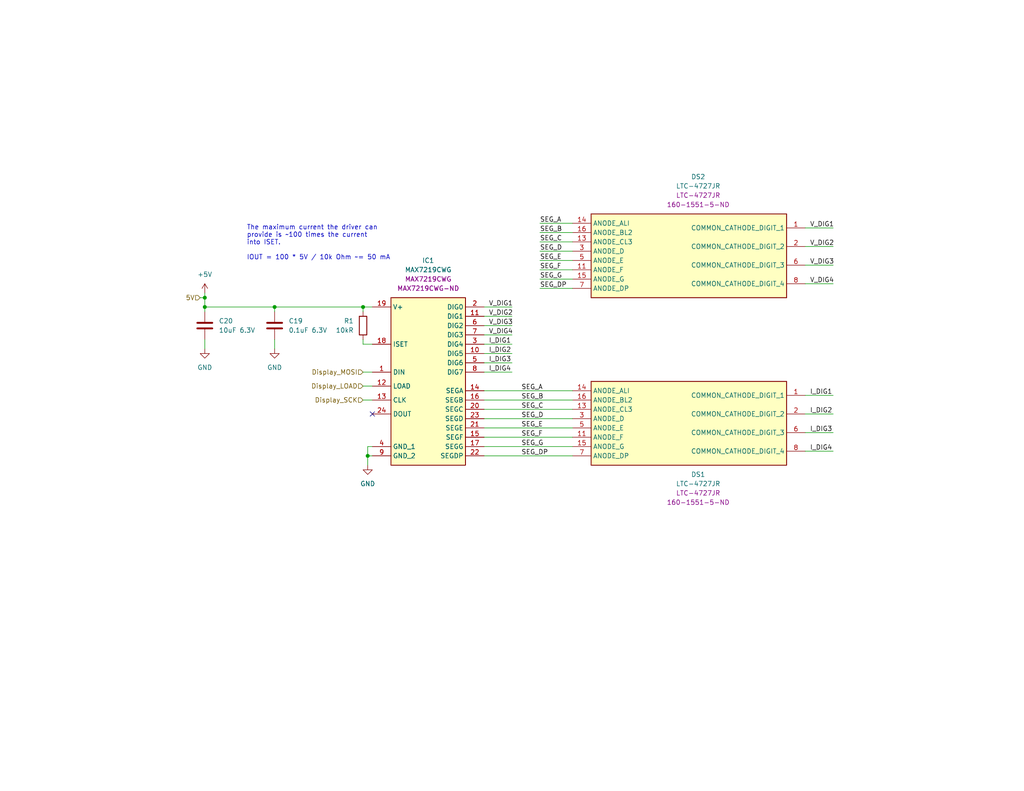
<source format=kicad_sch>
(kicad_sch (version 20230121) (generator eeschema)
  (paper "A")
  (title_block (title "Adjustable Power Supply") (date "2024-01-11") (company "George Jurgiel") (comment 1 "Voltage and current display"))
  (lib_symbols
    (symbol "Adjustable_Power_Suppy:LTC-4727JR"
      (property "Reference" "DS" (at 27.94 11.43 0))
      (property "Value" "LTC-4727JR" (at 27.94 8.89 0))
      (property "MPN" "LTC-4727JR" (at 33.02 3.81 0))
      (property "Digikey PN" "160-1551-5-ND" (at 33.02 6.35 0))
      (symbol "LTC-4727JR_1_1"
        (rectangle (start 5.08 2.54) (end 58.42 -20.32) (stroke (width 0.254)) (fill (type background)))
        (pin passive line (at 63.5 -1.27 180) (length 5.08) (name "COMMON_CATHODE_DIGIT_1") (number "1"))
        (pin passive line (at 0 -12.7 0) (length 5.08) (name "ANODE_F") (number "11"))
        (pin passive line (at 0 -5.08 0) (length 5.08) (name "ANODE_CL3") (number "13"))
        (pin passive line (at 0 0 0) (length 5.08) (name "ANODE_ALI") (number "14"))
        (pin passive line (at 0 -15.24 0) (length 5.08) (name "ANODE_G") (number "15"))
        (pin passive line (at 0 -2.54 0) (length 5.08) (name "ANODE_BL2") (number "16"))
        (pin passive line (at 63.5 -6.35 180) (length 5.08) (name "COMMON_CATHODE_DIGIT_2") (number "2"))
        (pin passive line (at 0 -7.62 0) (length 5.08) (name "ANODE_D") (number "3"))
        (pin passive line (at 0 -10.16 0) (length 5.08) (name "ANODE_E") (number "5"))
        (pin passive line (at 63.5 -11.43 180) (length 5.08) (name "COMMON_CATHODE_DIGIT_3") (number "6"))
        (pin passive line (at 0 -17.78 0) (length 5.08) (name "ANODE_DP") (number "7"))
        (pin passive line (at 63.5 -16.51 180) (length 5.08) (name "COMMON_CATHODE_DIGIT_4") (number "8"))
      )
    )
    (symbol "Adjustable_Power_Suppy:MAX7219CWG"
      (property "Reference" "IC" (at 26.67 7.62 0))
      (property "Value" "MAX7219CWG" (at 26.67 5.08 0))
      (property "MPN" "MAX7219CWG" (at 0 11.43 0))
      (property "Digikey PN" "MAX7219CWG-ND" (at 0 7.62 0))
      (symbol "MAX7219CWG_1_1"
        (rectangle (start 5.08 2.54) (end 25.4 -43.18) (stroke (width 0.254)) (fill (type background)))
        (pin passive line (at 0 -17.78 0) (length 5.08) (name "DIN") (number "1"))
        (pin passive line (at 30.48 -12.7 180) (length 5.08) (name "DIG5") (number "10"))
        (pin passive line (at 30.48 -2.54 180) (length 5.08) (name "DIG1") (number "11"))
        (pin passive line (at 0 -21.59 0) (length 5.08) (name "LOAD") (number "12"))
        (pin passive line (at 0 -25.4 0) (length 5.08) (name "CLK") (number "13"))
        (pin passive line (at 30.48 -22.86 180) (length 5.08) (name "SEGA") (number "14"))
        (pin passive line (at 30.48 -35.56 180) (length 5.08) (name "SEGF") (number "15"))
        (pin passive line (at 30.48 -25.4 180) (length 5.08) (name "SEGB") (number "16"))
        (pin passive line (at 30.48 -38.1 180) (length 5.08) (name "SEGG") (number "17"))
        (pin passive line (at 0 -10.16 0) (length 5.08) (name "ISET") (number "18"))
        (pin passive line (at 0 0 0) (length 5.08) (name "V+") (number "19"))
        (pin passive line (at 30.48 0 180) (length 5.08) (name "DIG0") (number "2"))
        (pin passive line (at 30.48 -27.94 180) (length 5.08) (name "SEGC") (number "20"))
        (pin passive line (at 30.48 -33.02 180) (length 5.08) (name "SEGE") (number "21"))
        (pin passive line (at 30.48 -40.64 180) (length 5.08) (name "SEGDP") (number "22"))
        (pin passive line (at 30.48 -30.48 180) (length 5.08) (name "SEGD") (number "23"))
        (pin passive line (at 0 -29.21 0) (length 5.08) (name "DOUT") (number "24"))
        (pin passive line (at 30.48 -10.16 180) (length 5.08) (name "DIG4") (number "3"))
        (pin passive line (at 0 -38.1 0) (length 5.08) (name "GND_1") (number "4"))
        (pin passive line (at 30.48 -15.24 180) (length 5.08) (name "DIG6") (number "5"))
        (pin passive line (at 30.48 -5.08 180) (length 5.08) (name "DIG2") (number "6"))
        (pin passive line (at 30.48 -7.62 180) (length 5.08) (name "DIG3") (number "7"))
        (pin passive line (at 30.48 -17.78 180) (length 5.08) (name "DIG7") (number "8"))
        (pin passive line (at 0 -40.64 0) (length 5.08) (name "GND_2") (number "9"))
      )
    )
    (symbol "Device:C" (pin_numbers hide) (pin_names (offset 0.254))
      (property "Reference" "C" (at 0.635 2.54 0))
      (property "Value" "C" (at 0.635 -2.54 0))
      (symbol "C_0_1"
        (polyline (pts (xy -2.032 -0.762) (xy 2.032 -0.762)) (stroke (width 0.508)))
        (polyline (pts (xy -2.032 0.762) (xy 2.032 0.762)) (stroke (width 0.508)))
      )
      (symbol "C_1_1"
        (pin passive line (at 0 3.81 270) (length 2.794) (name "~") (number "1"))
        (pin passive line (at 0 -3.81 90) (length 2.794) (name "~") (number "2"))
      )
    )
    (symbol "Device:R" (pin_numbers hide) (pin_names (offset 0))
      (property "Reference" "R" (at 2.032 0 90))
      (property "Value" "R" (at 0 0 90))
      (symbol "R_0_1"
        (rectangle (start -1.016 -2.54) (end 1.016 2.54) (stroke (width 0.254)))
      )
      (symbol "R_1_1"
        (pin passive line (at 0 3.81 270) (length 1.27) (name "~") (number "1"))
        (pin passive line (at 0 -3.81 90) (length 1.27) (name "~") (number "2"))
      )
    )
    (symbol "LTC-4727JR_1"
      (property "Reference" "DS" (at 27.94 11.43 0))
      (property "Value" "LTC-4727JR" (at 27.94 8.89 0))
      (property "MPN" "LTC-4727JR" (at 33.02 3.81 0))
      (property "Digikey PN" "160-1551-5-ND" (at 33.02 6.35 0))
      (symbol "LTC-4727JR_1_1_1"
        (rectangle (start 5.08 2.54) (end 58.42 -20.32) (stroke (width 0.254)) (fill (type background)))
        (pin passive line (at 63.5 -1.27 180) (length 5.08) (name "COMMON_CATHODE_DIGIT_1") (number "1"))
        (pin passive line (at 0 -12.7 0) (length 5.08) (name "ANODE_F") (number "11"))
        (pin passive line (at 0 -5.08 0) (length 5.08) (name "ANODE_CL3") (number "13"))
        (pin passive line (at 0 0 0) (length 5.08) (name "ANODE_ALI") (number "14"))
        (pin passive line (at 0 -15.24 0) (length 5.08) (name "ANODE_G") (number "15"))
        (pin passive line (at 0 -2.54 0) (length 5.08) (name "ANODE_BL2") (number "16"))
        (pin passive line (at 63.5 -6.35 180) (length 5.08) (name "COMMON_CATHODE_DIGIT_2") (number "2"))
        (pin passive line (at 0 -7.62 0) (length 5.08) (name "ANODE_D") (number "3"))
        (pin passive line (at 0 -10.16 0) (length 5.08) (name "ANODE_E") (number "5"))
        (pin passive line (at 63.5 -11.43 180) (length 5.08) (name "COMMON_CATHODE_DIGIT_3") (number "6"))
        (pin passive line (at 0 -17.78 0) (length 5.08) (name "ANODE_DP") (number "7"))
        (pin passive line (at 63.5 -16.51 180) (length 5.08) (name "COMMON_CATHODE_DIGIT_4") (number "8"))
      )
    )
    (symbol "power:+5V" (power) (pin_names (offset 0))
      (property "Value" "+5V" (at 0 3.556 0))
      (symbol "+5V_0_1"
        (polyline (pts (xy -0.762 1.27) (xy 0 2.54)))
        (polyline (pts (xy 0 0) (xy 0 2.54)))
        (polyline (pts (xy 0 2.54) (xy 0.762 1.27)))
      )
      (symbol "+5V_1_1"
        (pin power_in line (at 0 0 90) (length 0) hide (name "+5V") (number "1"))
      )
    )
    (symbol "power:GND" (power) (pin_names (offset 0))
      (property "Value" "GND" (at 0 -3.81 0))
      (symbol "GND_0_1"
        (polyline (pts (xy 0 0) (xy 0 -1.27) (xy 1.27 -1.27) (xy 0 -2.54) (xy -1.27 -1.27) (xy 0 -1.27)))
      )
      (symbol "GND_1_1"
        (pin power_in line (at 0 0 270) (length 0) hide (name "GND") (number "1"))
      )
    )
  )
  (junction (at 55.88 83.82))
  (junction (at 55.88 81.28))
  (junction (at 99.06 83.82))
  (junction (at 100.33 124.46))
  (junction (at 74.93 83.82))
  (no_connect (at 101.6 113.03))
  (wire (pts (xy 219.71 113.03) (xy 227.33 113.03)))
  (wire (pts (xy 219.71 118.11) (xy 227.33 118.11)))
  (wire (pts (xy 100.33 124.46) (xy 100.33 127)))
  (wire (pts (xy 99.06 83.82) (xy 99.06 85.09)))
  (wire (pts (xy 132.08 111.76) (xy 156.21 111.76)))
  (wire (pts (xy 147.32 63.5) (xy 156.21 63.5)))
  (wire (pts (xy 132.08 86.36) (xy 139.7 86.36)))
  (wire (pts (xy 132.08 99.06) (xy 139.7 99.06)))
  (wire (pts (xy 219.71 62.23) (xy 227.33 62.23)))
  (wire (pts (xy 99.06 105.41) (xy 101.6 105.41)))
  (wire (pts (xy 132.08 109.22) (xy 156.21 109.22)))
  (wire (pts (xy 100.33 124.46) (xy 101.6 124.46)))
  (wire (pts (xy 54.61 81.28) (xy 55.88 81.28)))
  (wire (pts (xy 219.71 77.47) (xy 227.33 77.47)))
  (wire (pts (xy 132.08 121.92) (xy 156.21 121.92)))
  (wire (pts (xy 101.6 83.82) (xy 99.06 83.82)))
  (wire (pts (xy 219.71 123.19) (xy 227.33 123.19)))
  (wire (pts (xy 132.08 106.68) (xy 156.21 106.68)))
  (wire (pts (xy 99.06 93.98) (xy 101.6 93.98)))
  (wire (pts (xy 99.06 92.71) (xy 99.06 93.98)))
  (wire (pts (xy 219.71 72.39) (xy 227.33 72.39)))
  (wire (pts (xy 132.08 91.44) (xy 139.7 91.44)))
  (wire (pts (xy 147.32 76.2) (xy 156.21 76.2)))
  (wire (pts (xy 74.93 92.71) (xy 74.93 95.25)))
  (wire (pts (xy 55.88 80.01) (xy 55.88 81.28)))
  (wire (pts (xy 55.88 81.28) (xy 55.88 83.82)))
  (wire (pts (xy 132.08 101.6) (xy 139.7 101.6)))
  (wire (pts (xy 99.06 109.22) (xy 101.6 109.22)))
  (wire (pts (xy 219.71 67.31) (xy 227.33 67.31)))
  (wire (pts (xy 132.08 88.9) (xy 139.7 88.9)))
  (wire (pts (xy 99.06 101.6) (xy 101.6 101.6)))
  (wire (pts (xy 74.93 83.82) (xy 99.06 83.82)))
  (wire (pts (xy 55.88 83.82) (xy 74.93 83.82)))
  (wire (pts (xy 132.08 83.82) (xy 139.7 83.82)))
  (wire (pts (xy 147.32 71.12) (xy 156.21 71.12)))
  (wire (pts (xy 147.32 73.66) (xy 156.21 73.66)))
  (wire (pts (xy 132.08 93.98) (xy 139.7 93.98)))
  (wire (pts (xy 219.71 107.95) (xy 227.33 107.95)))
  (wire (pts (xy 100.33 121.92) (xy 100.33 124.46)))
  (wire (pts (xy 147.32 78.74) (xy 156.21 78.74)))
  (wire (pts (xy 132.08 96.52) (xy 139.7 96.52)))
  (wire (pts (xy 132.08 124.46) (xy 156.21 124.46)))
  (wire (pts (xy 55.88 83.82) (xy 55.88 85.09)))
  (wire (pts (xy 147.32 66.04) (xy 156.21 66.04)))
  (wire (pts (xy 147.32 68.58) (xy 156.21 68.58)))
  (wire (pts (xy 132.08 116.84) (xy 156.21 116.84)))
  (wire (pts (xy 101.6 121.92) (xy 100.33 121.92)))
  (wire (pts (xy 55.88 92.71) (xy 55.88 95.25)))
  (wire (pts (xy 74.93 83.82) (xy 74.93 85.09)))
  (wire (pts (xy 132.08 114.3) (xy 156.21 114.3)))
  (wire (pts (xy 132.08 119.38) (xy 156.21 119.38)))
  (wire (pts (xy 147.32 60.96) (xy 156.21 60.96)))
  (text "The maximum current the driver can \nprovide is ~100 times the current \ninto ISET.\n\nIOUT = 100 * 5V / 10k Ohm ~= 50 mA" (at 67.31 71.12 0) (effects (font (size 1.27 1.27)) (justify left bottom)))
  (label "SEG_E" (at 147.32 71.12 0))
  (label "V_DIG4" (at 133.35 91.44 0))
  (label "V_DIG3" (at 220.98 72.39 0))
  (label "SEG_C" (at 147.32 66.04 0))
  (label "I_DIG1" (at 133.35 93.98 0))
  (label "SEG_DP" (at 147.32 78.74 0))
  (label "I_DIG2" (at 133.35 96.52 0))
  (label "SEG_A" (at 147.32 60.96 0))
  (label "I_DIG4" (at 220.98 123.19 0))
  (label "V_DIG2" (at 220.98 67.31 0))
  (label "I_DIG3" (at 220.98 118.11 0))
  (label "SEG_A" (at 142.24 106.68 0))
  (label "SEG_G" (at 142.24 121.92 0))
  (label "SEG_F" (at 142.24 119.38 0))
  (label "V_DIG4" (at 220.98 77.47 0))
  (label "V_DIG1" (at 220.98 62.23 0))
  (label "SEG_E" (at 142.24 116.84 0))
  (label "I_DIG2" (at 220.98 113.03 0))
  (label "SEG_DP" (at 142.24 124.46 0))
  (label "SEG_B" (at 147.32 63.5 0))
  (label "SEG_B" (at 142.24 109.22 0))
  (label "I_DIG1" (at 220.98 107.95 0))
  (label "V_DIG1" (at 133.35 83.82 0))
  (label "SEG_C" (at 142.24 111.76 0))
  (label "V_DIG3" (at 133.35 88.9 0))
  (label "I_DIG4" (at 133.35 101.6 0))
  (label "SEG_F" (at 147.32 73.66 0))
  (label "SEG_G" (at 147.32 76.2 0))
  (label "SEG_D" (at 142.24 114.3 0))
  (label "SEG_D" (at 147.32 68.58 0))
  (label "I_DIG3" (at 133.35 99.06 0))
  (label "V_DIG2" (at 133.35 86.36 0))
  (hierarchical_label "Display_LOAD" (shape input) (at 99.06 105.41 180))
  (hierarchical_label "Display_MOSI" (shape input) (at 99.06 101.6 180))
  (hierarchical_label "5V" (shape input) (at 54.61 81.28 180))
  (hierarchical_label "Display_SCK" (shape input) (at 99.06 109.22 180))
  (symbol (lib_id "Device:R") (at 99.06 88.9 0) (mirror y) (unit 1)
    (property "Reference" "R1" (at 96.52 87.63 0) (effects (justify left)))
    (property "Value" "10kR" (at 96.52 90.17 0) (effects (justify left)))
    (property "Footprint" "Resistor_SMD:R_0603_1608Metric_Pad0.98x0.95mm_HandSolder" (effects hide))
  )
  (symbol (lib_id "power:+5V") (at 55.88 80.01 0) (unit 1)
    (property "Reference" "#PWR01" (effects hide))
    (property "Value" "+5V" (at 55.88 74.93 0))
  )
  (symbol (lib_id "power:GND") (at 74.93 95.25 0) (unit 1)
    (property "Reference" "#PWR037" (effects hide))
    (property "Value" "GND" (at 74.93 100.33 0))
  )
  (symbol (lib_id "power:GND") (at 55.88 95.25 0) (unit 1)
    (property "Reference" "#PWR036" (effects hide))
    (property "Value" "GND" (at 55.88 100.33 0))
  )
  (symbol (lib_id "Device:C") (at 74.93 88.9 0) (unit 1)
    (property "Reference" "C19" (at 78.74 87.63 0) (effects (justify left)))
    (property "Value" "0.1uF 6.3V" (at 78.74 90.17 0) (effects (justify left)))
    (property "Footprint" "Capacitor_SMD:C_0603_1608Metric_Pad1.08x0.95mm_HandSolder" (effects hide))
  )
  (symbol (lib_id "Device:C") (at 55.88 88.9 0) (unit 1)
    (property "Reference" "C20" (at 59.69 87.63 0) (effects (justify left)))
    (property "Value" "10uF 6.3V" (at 59.69 90.17 0) (effects (justify left)))
    (property "Footprint" "Capacitor_SMD:C_0603_1608Metric_Pad1.08x0.95mm_HandSolder" (effects hide))
  )
  (symbol (lib_id "Adjustable_Power_Suppy:MAX7219CWG") (at 101.6 83.82 0) (unit 1)
    (property "Reference" "IC1" (at 116.84 71.12 0))
    (property "Value" "MAX7219CWG" (at 116.84 73.66 0))
    (property "Footprint" "Adjustable_Power_Supply:MAX7219" (effects hide))
    (property "Datasheet" "https://www.analog.com/media/en/technical-documentation/data-sheets/MAX7219-MAX7221.pdf" (effects hide))
    (property "MPN" "MAX7219CWG" (at 116.84 76.2 0))
    (property "Digikey PN" "MAX7219CWG-ND" (at 116.84 78.74 0))
  )
  (symbol (lib_name "LTC-4727JR_1") (lib_id "Adjustable_Power_Suppy:LTC-4727JR") (at 156.21 60.96 0) (unit 1)
    (property "Reference" "DS2" (at 190.5 48.26 0))
    (property "Value" "LTC-4727JR" (at 190.5 50.8 0))
    (property "Footprint" "Adjustable_Power_Supply:LTC-4727JR" (effects hide))
    (property "Datasheet" "https://optoelectronics.liteon.com/upload/download/DS30-2000-193/C4727JR.pdf" (effects hide))
    (property "MPN" "LTC-4727JR" (at 190.5 53.34 0))
    (property "Digikey PN" "160-1551-5-ND" (at 190.5 55.88 0))
  )
  (symbol (lib_id "power:GND") (at 100.33 127 0) (unit 1)
    (property "Reference" "#PWR02" (effects hide))
    (property "Value" "GND" (at 100.33 132.08 0))
  )
  (symbol (lib_id "Adjustable_Power_Suppy:LTC-4727JR") (at 156.21 106.68 0) (unit 1)
    (property "Reference" "DS1" (at 190.5 129.54 0))
    (property "Value" "LTC-4727JR" (at 190.5 132.08 0))
    (property "Footprint" "Adjustable_Power_Supply:LTC-4727JR" (effects hide))
    (property "Datasheet" "https://optoelectronics.liteon.com/upload/download/DS30-2000-193/C4727JR.pdf" (effects hide))
    (property "MPN" "LTC-4727JR" (at 190.5 134.62 0))
    (property "Digikey PN" "160-1551-5-ND" (at 190.5 137.16 0))
  )
)
</source>
